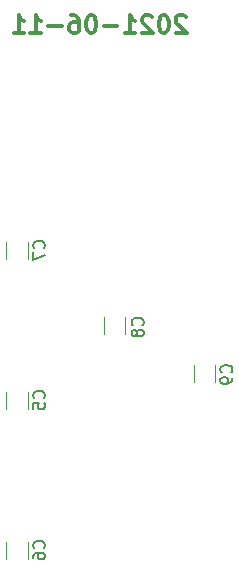
<source format=gbr>
%TF.GenerationSoftware,KiCad,Pcbnew,5.1.10-1.fc33*%
%TF.CreationDate,2021-06-13T17:02:16+02:00*%
%TF.ProjectId,power-driver,706f7765-722d-4647-9269-7665722e6b69,rev?*%
%TF.SameCoordinates,Original*%
%TF.FileFunction,Legend,Bot*%
%TF.FilePolarity,Positive*%
%FSLAX46Y46*%
G04 Gerber Fmt 4.6, Leading zero omitted, Abs format (unit mm)*
G04 Created by KiCad (PCBNEW 5.1.10-1.fc33) date 2021-06-13 17:02:16*
%MOMM*%
%LPD*%
G01*
G04 APERTURE LIST*
%ADD10C,0.300000*%
%ADD11C,0.120000*%
%ADD12C,0.150000*%
G04 APERTURE END LIST*
D10*
X133015714Y-74251428D02*
X132944285Y-74180000D01*
X132801428Y-74108571D01*
X132444285Y-74108571D01*
X132301428Y-74180000D01*
X132230000Y-74251428D01*
X132158571Y-74394285D01*
X132158571Y-74537142D01*
X132230000Y-74751428D01*
X133087142Y-75608571D01*
X132158571Y-75608571D01*
X131230000Y-74108571D02*
X131087142Y-74108571D01*
X130944285Y-74180000D01*
X130872857Y-74251428D01*
X130801428Y-74394285D01*
X130730000Y-74680000D01*
X130730000Y-75037142D01*
X130801428Y-75322857D01*
X130872857Y-75465714D01*
X130944285Y-75537142D01*
X131087142Y-75608571D01*
X131230000Y-75608571D01*
X131372857Y-75537142D01*
X131444285Y-75465714D01*
X131515714Y-75322857D01*
X131587142Y-75037142D01*
X131587142Y-74680000D01*
X131515714Y-74394285D01*
X131444285Y-74251428D01*
X131372857Y-74180000D01*
X131230000Y-74108571D01*
X130158571Y-74251428D02*
X130087142Y-74180000D01*
X129944285Y-74108571D01*
X129587142Y-74108571D01*
X129444285Y-74180000D01*
X129372857Y-74251428D01*
X129301428Y-74394285D01*
X129301428Y-74537142D01*
X129372857Y-74751428D01*
X130230000Y-75608571D01*
X129301428Y-75608571D01*
X127872857Y-75608571D02*
X128730000Y-75608571D01*
X128301428Y-75608571D02*
X128301428Y-74108571D01*
X128444285Y-74322857D01*
X128587142Y-74465714D01*
X128730000Y-74537142D01*
X127230000Y-75037142D02*
X126087142Y-75037142D01*
X125087142Y-74108571D02*
X124944285Y-74108571D01*
X124801428Y-74180000D01*
X124730000Y-74251428D01*
X124658571Y-74394285D01*
X124587142Y-74680000D01*
X124587142Y-75037142D01*
X124658571Y-75322857D01*
X124730000Y-75465714D01*
X124801428Y-75537142D01*
X124944285Y-75608571D01*
X125087142Y-75608571D01*
X125230000Y-75537142D01*
X125301428Y-75465714D01*
X125372857Y-75322857D01*
X125444285Y-75037142D01*
X125444285Y-74680000D01*
X125372857Y-74394285D01*
X125301428Y-74251428D01*
X125230000Y-74180000D01*
X125087142Y-74108571D01*
X123301428Y-74108571D02*
X123587142Y-74108571D01*
X123730000Y-74180000D01*
X123801428Y-74251428D01*
X123944285Y-74465714D01*
X124015714Y-74751428D01*
X124015714Y-75322857D01*
X123944285Y-75465714D01*
X123872857Y-75537142D01*
X123730000Y-75608571D01*
X123444285Y-75608571D01*
X123301428Y-75537142D01*
X123230000Y-75465714D01*
X123158571Y-75322857D01*
X123158571Y-74965714D01*
X123230000Y-74822857D01*
X123301428Y-74751428D01*
X123444285Y-74680000D01*
X123730000Y-74680000D01*
X123872857Y-74751428D01*
X123944285Y-74822857D01*
X124015714Y-74965714D01*
X122515714Y-75037142D02*
X121372857Y-75037142D01*
X119872857Y-75608571D02*
X120730000Y-75608571D01*
X120301428Y-75608571D02*
X120301428Y-74108571D01*
X120444285Y-74322857D01*
X120587142Y-74465714D01*
X120730000Y-74537142D01*
X118444285Y-75608571D02*
X119301428Y-75608571D01*
X118872857Y-75608571D02*
X118872857Y-74108571D01*
X119015714Y-74322857D01*
X119158571Y-74465714D01*
X119301428Y-74537142D01*
D11*
%TO.C,C6*%
X117835000Y-118668748D02*
X117835000Y-120091252D01*
X119655000Y-118668748D02*
X119655000Y-120091252D01*
%TO.C,C5*%
X117835000Y-105968748D02*
X117835000Y-107391252D01*
X119655000Y-105968748D02*
X119655000Y-107391252D01*
%TO.C,C7*%
X117835000Y-93268748D02*
X117835000Y-94691252D01*
X119655000Y-93268748D02*
X119655000Y-94691252D01*
%TO.C,C9*%
X133710000Y-103721248D02*
X133710000Y-105143752D01*
X135530000Y-103721248D02*
X135530000Y-105143752D01*
%TO.C,C8*%
X127910000Y-101041252D02*
X127910000Y-99618748D01*
X126090000Y-101041252D02*
X126090000Y-99618748D01*
%TO.C,C6*%
D12*
X121007142Y-119213333D02*
X121054761Y-119165714D01*
X121102380Y-119022857D01*
X121102380Y-118927619D01*
X121054761Y-118784761D01*
X120959523Y-118689523D01*
X120864285Y-118641904D01*
X120673809Y-118594285D01*
X120530952Y-118594285D01*
X120340476Y-118641904D01*
X120245238Y-118689523D01*
X120150000Y-118784761D01*
X120102380Y-118927619D01*
X120102380Y-119022857D01*
X120150000Y-119165714D01*
X120197619Y-119213333D01*
X120102380Y-120070476D02*
X120102380Y-119880000D01*
X120150000Y-119784761D01*
X120197619Y-119737142D01*
X120340476Y-119641904D01*
X120530952Y-119594285D01*
X120911904Y-119594285D01*
X121007142Y-119641904D01*
X121054761Y-119689523D01*
X121102380Y-119784761D01*
X121102380Y-119975238D01*
X121054761Y-120070476D01*
X121007142Y-120118095D01*
X120911904Y-120165714D01*
X120673809Y-120165714D01*
X120578571Y-120118095D01*
X120530952Y-120070476D01*
X120483333Y-119975238D01*
X120483333Y-119784761D01*
X120530952Y-119689523D01*
X120578571Y-119641904D01*
X120673809Y-119594285D01*
%TO.C,C5*%
X121007142Y-106513333D02*
X121054761Y-106465714D01*
X121102380Y-106322857D01*
X121102380Y-106227619D01*
X121054761Y-106084761D01*
X120959523Y-105989523D01*
X120864285Y-105941904D01*
X120673809Y-105894285D01*
X120530952Y-105894285D01*
X120340476Y-105941904D01*
X120245238Y-105989523D01*
X120150000Y-106084761D01*
X120102380Y-106227619D01*
X120102380Y-106322857D01*
X120150000Y-106465714D01*
X120197619Y-106513333D01*
X120102380Y-107418095D02*
X120102380Y-106941904D01*
X120578571Y-106894285D01*
X120530952Y-106941904D01*
X120483333Y-107037142D01*
X120483333Y-107275238D01*
X120530952Y-107370476D01*
X120578571Y-107418095D01*
X120673809Y-107465714D01*
X120911904Y-107465714D01*
X121007142Y-107418095D01*
X121054761Y-107370476D01*
X121102380Y-107275238D01*
X121102380Y-107037142D01*
X121054761Y-106941904D01*
X121007142Y-106894285D01*
%TO.C,C7*%
X121007142Y-93813333D02*
X121054761Y-93765714D01*
X121102380Y-93622857D01*
X121102380Y-93527619D01*
X121054761Y-93384761D01*
X120959523Y-93289523D01*
X120864285Y-93241904D01*
X120673809Y-93194285D01*
X120530952Y-93194285D01*
X120340476Y-93241904D01*
X120245238Y-93289523D01*
X120150000Y-93384761D01*
X120102380Y-93527619D01*
X120102380Y-93622857D01*
X120150000Y-93765714D01*
X120197619Y-93813333D01*
X120102380Y-94146666D02*
X120102380Y-94813333D01*
X121102380Y-94384761D01*
%TO.C,C9*%
X136857142Y-104333333D02*
X136904761Y-104285714D01*
X136952380Y-104142857D01*
X136952380Y-104047619D01*
X136904761Y-103904761D01*
X136809523Y-103809523D01*
X136714285Y-103761904D01*
X136523809Y-103714285D01*
X136380952Y-103714285D01*
X136190476Y-103761904D01*
X136095238Y-103809523D01*
X136000000Y-103904761D01*
X135952380Y-104047619D01*
X135952380Y-104142857D01*
X136000000Y-104285714D01*
X136047619Y-104333333D01*
X136952380Y-104809523D02*
X136952380Y-105000000D01*
X136904761Y-105095238D01*
X136857142Y-105142857D01*
X136714285Y-105238095D01*
X136523809Y-105285714D01*
X136142857Y-105285714D01*
X136047619Y-105238095D01*
X136000000Y-105190476D01*
X135952380Y-105095238D01*
X135952380Y-104904761D01*
X136000000Y-104809523D01*
X136047619Y-104761904D01*
X136142857Y-104714285D01*
X136380952Y-104714285D01*
X136476190Y-104761904D01*
X136523809Y-104809523D01*
X136571428Y-104904761D01*
X136571428Y-105095238D01*
X136523809Y-105190476D01*
X136476190Y-105238095D01*
X136380952Y-105285714D01*
%TO.C,C8*%
X129357142Y-100333333D02*
X129404761Y-100285714D01*
X129452380Y-100142857D01*
X129452380Y-100047619D01*
X129404761Y-99904761D01*
X129309523Y-99809523D01*
X129214285Y-99761904D01*
X129023809Y-99714285D01*
X128880952Y-99714285D01*
X128690476Y-99761904D01*
X128595238Y-99809523D01*
X128500000Y-99904761D01*
X128452380Y-100047619D01*
X128452380Y-100142857D01*
X128500000Y-100285714D01*
X128547619Y-100333333D01*
X128880952Y-100904761D02*
X128833333Y-100809523D01*
X128785714Y-100761904D01*
X128690476Y-100714285D01*
X128642857Y-100714285D01*
X128547619Y-100761904D01*
X128500000Y-100809523D01*
X128452380Y-100904761D01*
X128452380Y-101095238D01*
X128500000Y-101190476D01*
X128547619Y-101238095D01*
X128642857Y-101285714D01*
X128690476Y-101285714D01*
X128785714Y-101238095D01*
X128833333Y-101190476D01*
X128880952Y-101095238D01*
X128880952Y-100904761D01*
X128928571Y-100809523D01*
X128976190Y-100761904D01*
X129071428Y-100714285D01*
X129261904Y-100714285D01*
X129357142Y-100761904D01*
X129404761Y-100809523D01*
X129452380Y-100904761D01*
X129452380Y-101095238D01*
X129404761Y-101190476D01*
X129357142Y-101238095D01*
X129261904Y-101285714D01*
X129071428Y-101285714D01*
X128976190Y-101238095D01*
X128928571Y-101190476D01*
X128880952Y-101095238D01*
%TD*%
M02*

</source>
